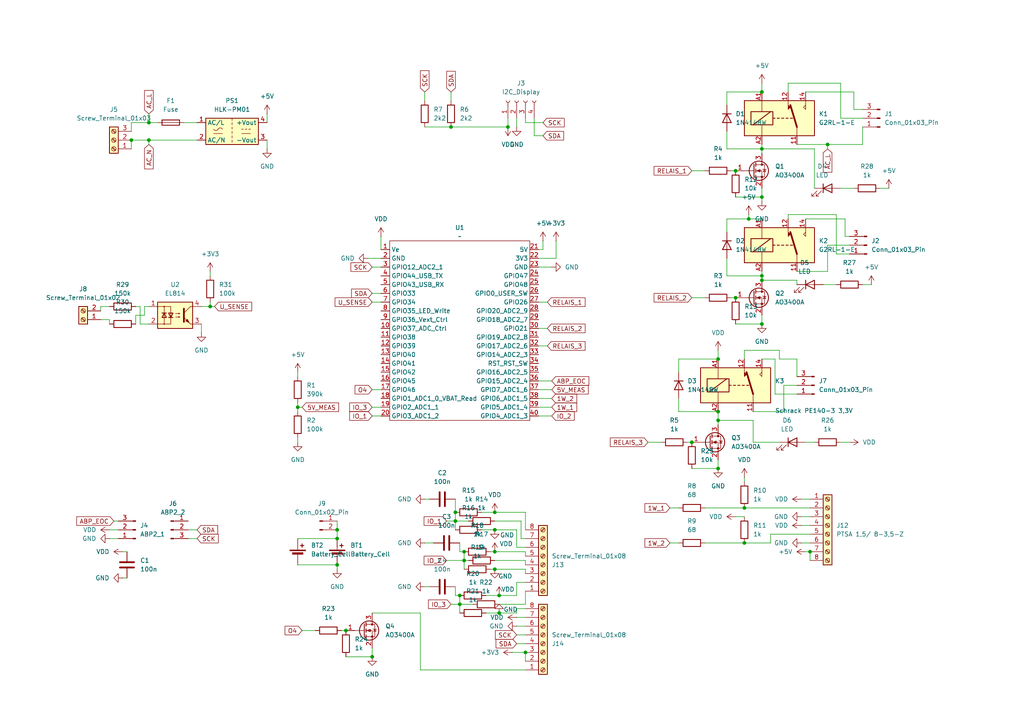
<source format=kicad_sch>
(kicad_sch (version 20250114) (generator "eeschema") (generator_version "9.0")
  (paper "A4")
  (junction (at 143.51 148.59))
  (junction (at 213.36 86.36))
  (junction (at 220.98 43.18))
  (junction (at 38.1 40.64))
  (junction (at 134.62 160.02))
  (junction (at 43.18 40.64))
  (junction (at 97.79 156.21))
  (junction (at 208.28 119.38))
  (junction (at 60.96 88.9))
  (junction (at 234.95 160.02))
  (junction (at 133.35 172.72))
  (junction (at 200.66 128.27))
  (junction (at 43.18 35.56))
  (junction (at 133.35 175.26))
  (junction (at 208.28 121.92))
  (junction (at 143.51 165.1))
  (junction (at 143.51 153.67))
  (junction (at 100.33 182.88))
  (junction (at 220.98 57.15))
  (junction (at 134.62 162.56))
  (junction (at 86.36 118.11))
  (junction (at 215.9 157.48))
  (junction (at 143.51 160.02))
  (junction (at 147.32 36.83))
  (junction (at 220.98 26.67))
  (junction (at 208.28 135.89))
  (junction (at 220.98 80.01))
  (junction (at 152.4 189.23))
  (junction (at 240.03 41.91))
  (junction (at 97.79 163.83))
  (junction (at 208.28 104.14))
  (junction (at 144.78 177.8))
  (junction (at 220.98 81.28))
  (junction (at 107.95 190.5))
  (junction (at 132.08 151.13))
  (junction (at 130.81 36.83))
  (junction (at 215.9 147.32))
  (junction (at 132.08 148.59))
  (junction (at 217.17 63.5))
  (junction (at 144.78 172.72))
  (junction (at 220.98 93.98))
  (junction (at 97.79 153.67))
  (junction (at 213.36 49.53))
  (wire (pts (xy 143.51 153.67) (xy 149.86 153.67)))
  (wire (pts (xy 228.6 24.13) (xy 243.84 24.13)))
  (wire (pts (xy 157.48 39.37) (xy 154.94 39.37)))
  (wire (pts (xy 143.51 162.56) (xy 152.4 162.56)))
  (wire (pts (xy 220.98 81.28) (xy 231.14 81.28)))
  (wire (pts (xy 250.19 82.55) (xy 252.73 82.55)))
  (wire (pts (xy 200.66 135.89) (xy 208.28 135.89)))
  (wire (pts (xy 213.36 93.98) (xy 220.98 93.98)))
  (wire (pts (xy 99.06 182.88) (xy 100.33 182.88)))
  (wire (pts (xy 200.66 49.53) (xy 204.47 49.53)))
  (wire (pts (xy 157.48 69.85) (xy 157.48 72.39)))
  (wire (pts (xy 140.97 177.8) (xy 144.78 177.8)))
  (wire (pts (xy 60.96 78.74) (xy 60.96 80.01)))
  (wire (pts (xy 144.78 177.8) (xy 149.86 177.8)))
  (wire (pts (xy 232.41 144.78) (xy 234.95 144.78)))
  (wire (pts (xy 142.24 165.1) (xy 143.51 165.1)))
  (wire (pts (xy 43.18 40.64) (xy 57.15 40.64)))
  (wire (pts (xy 60.96 88.9) (xy 62.23 88.9)))
  (wire (pts (xy 151.13 156.21) (xy 152.4 156.21)))
  (wire (pts (xy 152.4 165.1) (xy 152.4 166.37)))
  (wire (pts (xy 247.65 31.75) (xy 247.65 26.67)))
  (wire (pts (xy 231.14 78.74) (xy 240.03 78.74)))
  (wire (pts (xy 77.47 40.64) (xy 77.47 43.18)))
  (wire (pts (xy 210.82 63.5) (xy 210.82 67.31)))
  (wire (pts (xy 218.44 121.92) (xy 208.28 121.92)))
  (wire (pts (xy 227.33 119.38) (xy 227.33 111.76)))
  (wire (pts (xy 130.81 26.67) (xy 130.81 29.21)))
  (wire (pts (xy 213.36 149.86) (xy 215.9 149.86)))
  (wire (pts (xy 231.14 104.14) (xy 231.14 109.22)))
  (wire (pts (xy 129.54 151.13) (xy 132.08 151.13)))
  (wire (pts (xy 149.86 177.8) (xy 149.86 176.53)))
  (wire (pts (xy 149.86 158.75) (xy 152.4 158.75)))
  (wire (pts (xy 208.28 121.92) (xy 208.28 123.19)))
  (wire (pts (xy 154.94 39.37) (xy 154.94 34.29)))
  (wire (pts (xy 135.89 162.56) (xy 134.62 162.56)))
  (wire (pts (xy 123.19 170.18) (xy 124.46 170.18)))
  (wire (pts (xy 196.85 115.57) (xy 196.85 119.38)))
  (wire (pts (xy 242.57 73.66) (xy 242.57 62.23)))
  (wire (pts (xy 212.09 86.36) (xy 213.36 86.36)))
  (wire (pts (xy 130.81 36.83) (xy 147.32 36.83)))
  (wire (pts (xy 240.03 71.12) (xy 246.38 71.12)))
  (wire (pts (xy 107.95 85.09) (xy 110.49 85.09)))
  (wire (pts (xy 156.21 87.63) (xy 158.75 87.63)))
  (wire (pts (xy 156.21 118.11) (xy 160.02 118.11)))
  (wire (pts (xy 233.68 160.02) (xy 234.95 160.02)))
  (wire (pts (xy 187.96 128.27) (xy 191.77 128.27)))
  (wire (pts (xy 220.98 104.14) (xy 224.79 104.14)))
  (wire (pts (xy 106.68 74.93) (xy 110.49 74.93)))
  (wire (pts (xy 143.51 148.59) (xy 152.4 148.59)))
  (wire (pts (xy 152.4 189.23) (xy 152.4 191.77)))
  (wire (pts (xy 58.42 88.9) (xy 60.96 88.9)))
  (wire (pts (xy 107.95 113.03) (xy 110.49 113.03)))
  (wire (pts (xy 132.08 148.59) (xy 132.08 151.13)))
  (wire (pts (xy 220.98 57.15) (xy 220.98 58.42)))
  (wire (pts (xy 243.84 34.29) (xy 250.19 34.29)))
  (wire (pts (xy 121.92 177.8) (xy 121.92 194.31)))
  (wire (pts (xy 133.35 175.26) (xy 133.35 177.8)))
  (wire (pts (xy 31.75 92.71) (xy 31.75 93.98)))
  (wire (pts (xy 217.17 63.5) (xy 210.82 63.5)))
  (wire (pts (xy 161.29 74.93) (xy 161.29 69.85)))
  (wire (pts (xy 194.31 147.32) (xy 196.85 147.32)))
  (wire (pts (xy 204.47 157.48) (xy 215.9 157.48)))
  (wire (pts (xy 143.51 160.02) (xy 152.4 160.02)))
  (wire (pts (xy 208.28 104.14) (xy 196.85 104.14)))
  (wire (pts (xy 134.62 162.56) (xy 134.62 160.02)))
  (wire (pts (xy 220.98 91.44) (xy 220.98 93.98)))
  (wire (pts (xy 41.91 91.44) (xy 39.37 91.44)))
  (wire (pts (xy 43.18 88.9) (xy 41.91 88.9)))
  (wire (pts (xy 196.85 119.38) (xy 208.28 119.38)))
  (wire (pts (xy 233.68 128.27) (xy 236.22 128.27)))
  (wire (pts (xy 218.44 119.38) (xy 227.33 119.38)))
  (wire (pts (xy 215.9 138.43) (xy 215.9 139.7)))
  (wire (pts (xy 250.19 31.75) (xy 247.65 31.75)))
  (wire (pts (xy 224.79 114.3) (xy 231.14 114.3)))
  (wire (pts (xy 86.36 127) (xy 86.36 128.27)))
  (wire (pts (xy 123.19 36.83) (xy 130.81 36.83)))
  (wire (pts (xy 210.82 43.18) (xy 210.82 38.1)))
  (wire (pts (xy 149.86 153.67) (xy 149.86 158.75)))
  (wire (pts (xy 196.85 104.14) (xy 196.85 107.95)))
  (wire (pts (xy 86.36 118.11) (xy 87.63 118.11)))
  (wire (pts (xy 43.18 40.64) (xy 43.18 41.91)))
  (wire (pts (xy 224.79 104.14) (xy 224.79 114.3)))
  (wire (pts (xy 212.09 49.53) (xy 213.36 49.53)))
  (wire (pts (xy 240.03 41.91) (xy 250.19 41.91)))
  (wire (pts (xy 243.84 54.61) (xy 247.65 54.61)))
  (wire (pts (xy 147.32 34.29) (xy 147.32 36.83)))
  (wire (pts (xy 86.36 116.84) (xy 86.36 118.11)))
  (wire (pts (xy 220.98 78.74) (xy 220.98 80.01)))
  (wire (pts (xy 240.03 78.74) (xy 240.03 71.12)))
  (wire (pts (xy 97.79 151.13) (xy 97.79 153.67)))
  (wire (pts (xy 236.22 54.61) (xy 236.22 43.18)))
  (wire (pts (xy 220.98 80.01) (xy 220.98 81.28)))
  (wire (pts (xy 149.86 181.61) (xy 152.4 181.61)))
  (wire (pts (xy 86.36 156.21) (xy 97.79 156.21)))
  (wire (pts (xy 247.65 26.67) (xy 233.68 26.67)))
  (wire (pts (xy 152.4 175.26) (xy 152.4 171.45)))
  (wire (pts (xy 107.95 120.65) (xy 110.49 120.65)))
  (wire (pts (xy 220.98 43.18) (xy 220.98 44.45)))
  (wire (pts (xy 86.36 107.95) (xy 86.36 109.22)))
  (wire (pts (xy 215.9 101.6) (xy 215.9 104.14)))
  (wire (pts (xy 107.95 87.63) (xy 110.49 87.63)))
  (wire (pts (xy 226.06 101.6) (xy 215.9 101.6)))
  (wire (pts (xy 43.18 35.56) (xy 45.72 35.56)))
  (wire (pts (xy 60.96 87.63) (xy 60.96 88.9)))
  (wire (pts (xy 220.98 41.91) (xy 220.98 43.18)))
  (wire (pts (xy 227.33 111.76) (xy 231.14 111.76)))
  (wire (pts (xy 132.08 151.13) (xy 135.89 151.13)))
  (wire (pts (xy 100.33 190.5) (xy 107.95 190.5)))
  (wire (pts (xy 140.97 172.72) (xy 144.78 172.72)))
  (wire (pts (xy 226.06 104.14) (xy 231.14 104.14)))
  (wire (pts (xy 226.06 128.27) (xy 218.44 128.27)))
  (wire (pts (xy 220.98 43.18) (xy 210.82 43.18)))
  (wire (pts (xy 255.27 54.61) (xy 257.81 54.61)))
  (wire (pts (xy 39.37 88.9) (xy 40.64 88.9)))
  (wire (pts (xy 215.9 157.48) (xy 223.52 157.48)))
  (wire (pts (xy 200.66 86.36) (xy 204.47 86.36)))
  (wire (pts (xy 232.41 152.4) (xy 234.95 152.4)))
  (wire (pts (xy 246.38 73.66) (xy 242.57 73.66)))
  (wire (pts (xy 133.35 160.02) (xy 134.62 160.02)))
  (wire (pts (xy 231.14 41.91) (xy 240.03 41.91)))
  (wire (pts (xy 152.4 35.56) (xy 152.4 34.29)))
  (wire (pts (xy 142.24 160.02) (xy 143.51 160.02)))
  (wire (pts (xy 199.39 128.27) (xy 200.66 128.27)))
  (wire (pts (xy 226.06 104.14) (xy 226.06 101.6)))
  (wire (pts (xy 133.35 175.26) (xy 137.16 175.26)))
  (wire (pts (xy 132.08 170.18) (xy 132.08 172.72)))
  (wire (pts (xy 41.91 88.9) (xy 41.91 91.44)))
  (wire (pts (xy 149.86 168.91) (xy 152.4 168.91)))
  (wire (pts (xy 110.49 68.58) (xy 110.49 72.39)))
  (wire (pts (xy 220.98 24.13) (xy 220.98 26.67)))
  (wire (pts (xy 223.52 157.48) (xy 223.52 154.94)))
  (wire (pts (xy 134.62 162.56) (xy 134.62 165.1)))
  (wire (pts (xy 204.47 147.32) (xy 215.9 147.32)))
  (wire (pts (xy 43.18 33.02) (xy 43.18 35.56)))
  (wire (pts (xy 156.21 100.33) (xy 158.75 100.33)))
  (wire (pts (xy 149.86 186.69) (xy 152.4 186.69)))
  (wire (pts (xy 151.13 151.13) (xy 151.13 156.21)))
  (wire (pts (xy 215.9 147.32) (xy 234.95 147.32)))
  (wire (pts (xy 220.98 54.61) (xy 220.98 57.15)))
  (wire (pts (xy 231.14 81.28) (xy 231.14 82.55)))
  (wire (pts (xy 152.4 148.59) (xy 152.4 153.67)))
  (wire (pts (xy 54.61 153.67) (xy 57.15 153.67)))
  (wire (pts (xy 40.64 88.9) (xy 40.64 93.98)))
  (wire (pts (xy 223.52 154.94) (xy 234.95 154.94)))
  (wire (pts (xy 156.21 115.57) (xy 160.02 115.57)))
  (wire (pts (xy 38.1 38.1) (xy 38.1 35.56)))
  (wire (pts (xy 245.11 68.58) (xy 246.38 68.58)))
  (wire (pts (xy 107.95 187.96) (xy 107.95 190.5)))
  (wire (pts (xy 39.37 91.44) (xy 39.37 93.98)))
  (wire (pts (xy 139.7 153.67) (xy 143.51 153.67)))
  (wire (pts (xy 130.81 175.26) (xy 133.35 175.26)))
  (wire (pts (xy 152.4 162.56) (xy 152.4 163.83)))
  (wire (pts (xy 144.78 175.26) (xy 152.4 175.26)))
  (wire (pts (xy 132.08 151.13) (xy 132.08 153.67)))
  (wire (pts (xy 132.08 172.72) (xy 133.35 172.72)))
  (wire (pts (xy 156.21 95.25) (xy 158.75 95.25)))
  (wire (pts (xy 144.78 172.72) (xy 149.86 172.72)))
  (wire (pts (xy 250.19 41.91) (xy 250.19 36.83)))
  (wire (pts (xy 149.86 184.15) (xy 152.4 184.15)))
  (wire (pts (xy 133.35 172.72) (xy 133.35 175.26)))
  (wire (pts (xy 97.79 153.67) (xy 97.79 156.21)))
  (wire (pts (xy 228.6 26.67) (xy 228.6 24.13)))
  (wire (pts (xy 156.21 120.65) (xy 160.02 120.65)))
  (wire (pts (xy 220.98 63.5) (xy 217.17 63.5)))
  (wire (pts (xy 86.36 163.83) (xy 97.79 163.83)))
  (wire (pts (xy 107.95 77.47) (xy 110.49 77.47)))
  (wire (pts (xy 218.44 128.27) (xy 218.44 121.92)))
  (wire (pts (xy 58.42 93.98) (xy 58.42 96.52)))
  (wire (pts (xy 38.1 35.56) (xy 43.18 35.56)))
  (wire (pts (xy 121.92 194.31) (xy 152.4 194.31)))
  (wire (pts (xy 123.19 26.67) (xy 123.19 29.21)))
  (wire (pts (xy 139.7 148.59) (xy 143.51 148.59)))
  (wire (pts (xy 129.54 162.56) (xy 134.62 162.56)))
  (wire (pts (xy 33.02 151.13) (xy 34.29 151.13)))
  (wire (pts (xy 213.36 57.15) (xy 220.98 57.15)))
  (wire (pts (xy 245.11 63.5) (xy 245.11 68.58)))
  (wire (pts (xy 123.19 144.78) (xy 124.46 144.78)))
  (wire (pts (xy 236.22 43.18) (xy 220.98 43.18)))
  (wire (pts (xy 149.86 172.72) (xy 149.86 168.91)))
  (wire (pts (xy 149.86 179.07) (xy 152.4 179.07)))
  (wire (pts (xy 35.56 167.64) (xy 36.83 167.64)))
  (wire (pts (xy 152.4 160.02) (xy 152.4 161.29)))
  (wire (pts (xy 217.17 63.5) (xy 217.17 62.23)))
  (wire (pts (xy 87.63 182.88) (xy 91.44 182.88)))
  (wire (pts (xy 210.82 26.67) (xy 220.98 26.67)))
  (wire (pts (xy 54.61 156.21) (xy 57.15 156.21)))
  (wire (pts (xy 194.31 157.48) (xy 196.85 157.48)))
  (wire (pts (xy 157.48 35.56) (xy 152.4 35.56)))
  (wire (pts (xy 210.82 80.01) (xy 220.98 80.01)))
  (wire (pts (xy 238.76 82.55) (xy 242.57 82.55)))
  (wire (pts (xy 29.21 88.9) (xy 31.75 88.9)))
  (wire (pts (xy 77.47 33.02) (xy 77.47 35.56)))
  (wire (pts (xy 210.82 30.48) (xy 210.82 26.67)))
  (wire (pts (xy 133.35 157.48) (xy 133.35 160.02)))
  (wire (pts (xy 132.08 144.78) (xy 132.08 148.59)))
  (wire (pts (xy 232.41 149.86) (xy 234.95 149.86)))
  (wire (pts (xy 148.59 189.23) (xy 152.4 189.23)))
  (wire (pts (xy 29.21 92.71) (xy 31.75 92.71)))
  (wire (pts (xy 40.64 93.98) (xy 43.18 93.98)))
  (wire (pts (xy 240.03 41.91) (xy 240.03 43.18)))
  (wire (pts (xy 143.51 165.1) (xy 152.4 165.1)))
  (wire (pts (xy 208.28 133.35) (xy 208.28 135.89)))
  (wire (pts (xy 38.1 40.64) (xy 43.18 40.64)))
  (wire (pts (xy 156.21 77.47) (xy 160.02 77.47)))
  (wire (pts (xy 35.56 160.02) (xy 36.83 160.02)))
  (wire (pts (xy 233.68 63.5) (xy 245.11 63.5)))
  (wire (pts (xy 38.1 40.64) (xy 38.1 43.18)))
  (wire (pts (xy 149.86 34.29) (xy 149.86 36.83)))
  (wire (pts (xy 208.28 119.38) (xy 208.28 121.92)))
  (wire (pts (xy 107.95 118.11) (xy 110.49 118.11)))
  (wire (pts (xy 242.57 62.23) (xy 228.6 62.23)))
  (wire (pts (xy 86.36 118.11) (xy 86.36 119.38)))
  (wire (pts (xy 243.84 128.27) (xy 246.38 128.27)))
  (wire (pts (xy 97.79 163.83) (xy 97.79 165.1)))
  (wire (pts (xy 208.28 101.6) (xy 208.28 104.14)))
  (wire (pts (xy 232.41 157.48) (xy 234.95 157.48)))
  (wire (pts (xy 53.34 35.56) (xy 57.15 35.56)))
  (wire (pts (xy 210.82 74.93) (xy 210.82 80.01)))
  (wire (pts (xy 156.21 74.93) (xy 161.29 74.93)))
  (wire (pts (xy 107.95 177.8) (xy 121.92 177.8)))
  (wire (pts (xy 156.21 113.03) (xy 160.02 113.03)))
  (wire (pts (xy 31.75 153.67) (xy 34.29 153.67)))
  (wire (pts (xy 31.75 156.21) (xy 34.29 156.21)))
  (wire (pts (xy 143.51 151.13) (xy 151.13 151.13)))
  (wire (pts (xy 149.86 176.53) (xy 152.4 176.53)))
  (wire (pts (xy 29.21 88.9) (xy 29.21 90.17)))
  (wire (pts (xy 157.48 72.39) (xy 156.21 72.39)))
  (wire (pts (xy 123.19 157.48) (xy 125.73 157.48)))
  (wire (pts (xy 234.95 160.02) (xy 234.95 162.56)))
  (wire (pts (xy 228.6 62.23) (xy 228.6 63.5)))
  (wire (pts (xy 243.84 24.13) (xy 243.84 34.29)))
  (wire (pts (xy 156.21 110.49) (xy 160.02 110.49)))
  (global_label "O4" (shape input) (at 107.95 113.03 180) (property "Intersheetrefs" "${INTERSHEET_REFS}" (effects (hide yes))))
  (global_label "IO_2" (shape input) (at 129.54 162.56 180) (property "Intersheetrefs" "${INTERSHEET_REFS}" (effects (hide yes))))
  (global_label "SCK" (shape input) (at 107.95 77.47 180) (property "Intersheetrefs" "${INTERSHEET_REFS}" (effects (hide yes))))
  (global_label "U_SENSE" (shape input) (at 62.23 88.9 0) (property "Intersheetrefs" "${INTERSHEET_REFS}" (effects (hide yes))))
  (global_label "SDA" (shape input) (at 149.86 186.69 180) (property "Intersheetrefs" "${INTERSHEET_REFS}" (effects (hide yes))))
  (global_label "SDA" (shape input) (at 157.48 39.37 0) (property "Intersheetrefs" "${INTERSHEET_REFS}" (effects (hide yes))))
  (global_label "U_SENSE" (shape input) (at 107.95 87.63 180) (property "Intersheetrefs" "${INTERSHEET_REFS}" (effects (hide yes))))
  (global_label "SDA" (shape input) (at 107.95 85.09 180) (property "Intersheetrefs" "${INTERSHEET_REFS}" (effects (hide yes))))
  (global_label "ABP_EOC" (shape input) (at 160.02 110.49 0) (property "Intersheetrefs" "${INTERSHEET_REFS}" (effects (hide yes))))
  (global_label "AC_L" (shape input) (at 43.18 33.02 90) (property "Intersheetrefs" "${INTERSHEET_REFS}" (effects (hide yes))))
  (global_label "1W_2" (shape input) (at 160.02 115.57 0) (property "Intersheetrefs" "${INTERSHEET_REFS}" (effects (hide yes))))
  (global_label "ABP_EOC" (shape input) (at 33.02 151.13 180) (property "Intersheetrefs" "${INTERSHEET_REFS}" (effects (hide yes))))
  (global_label "1W_1" (shape input) (at 194.31 147.32 180) (property "Intersheetrefs" "${INTERSHEET_REFS}" (effects (hide yes))))
  (global_label "SDA" (shape input) (at 57.15 153.67 0) (property "Intersheetrefs" "${INTERSHEET_REFS}" (effects (hide yes))))
  (global_label "IO_3" (shape input) (at 107.95 118.11 180) (property "Intersheetrefs" "${INTERSHEET_REFS}" (effects (hide yes))))
  (global_label "O4" (shape input) (at 87.63 182.88 180) (property "Intersheetrefs" "${INTERSHEET_REFS}" (effects (hide yes))))
  (global_label "RELAIS_3" (shape input) (at 158.75 100.33 0) (property "Intersheetrefs" "${INTERSHEET_REFS}" (effects (hide yes))))
  (global_label "RELAIS_1" (shape input) (at 200.66 49.53 180) (property "Intersheetrefs" "${INTERSHEET_REFS}" (effects (hide yes))))
  (global_label "5V_MEAS" (shape input) (at 160.02 113.03 0) (property "Intersheetrefs" "${INTERSHEET_REFS}" (effects (hide yes))))
  (global_label "SDA" (shape input) (at 130.81 26.67 90) (property "Intersheetrefs" "${INTERSHEET_REFS}" (effects (hide yes))))
  (global_label "RELAIS_3" (shape input) (at 187.96 128.27 180) (property "Intersheetrefs" "${INTERSHEET_REFS}" (effects (hide yes))))
  (global_label "RELAIS_1" (shape input) (at 158.75 87.63 0) (property "Intersheetrefs" "${INTERSHEET_REFS}" (effects (hide yes))))
  (global_label "IO_2" (shape input) (at 160.02 120.65 0) (property "Intersheetrefs" "${INTERSHEET_REFS}" (effects (hide yes))))
  (global_label "1W_2" (shape input) (at 194.31 157.48 180) (property "Intersheetrefs" "${INTERSHEET_REFS}" (effects (hide yes))))
  (global_label "SCK" (shape input) (at 149.86 184.15 180) (property "Intersheetrefs" "${INTERSHEET_REFS}" (effects (hide yes))))
  (global_label "1W_1" (shape input) (at 160.02 118.11 0) (property "Intersheetrefs" "${INTERSHEET_REFS}" (effects (hide yes))))
  (global_label "RELAIS_2" (shape input) (at 200.66 86.36 180) (property "Intersheetrefs" "${INTERSHEET_REFS}" (effects (hide yes))))
  (global_label "IO_1" (shape input) (at 107.95 120.65 180) (property "Intersheetrefs" "${INTERSHEET_REFS}" (effects (hide yes))))
  (global_label "AC_N" (shape input) (at 43.18 41.91 270) (property "Intersheetrefs" "${INTERSHEET_REFS}" (effects (hide yes))))
  (global_label "SCK" (shape input) (at 123.19 26.67 90) (property "Intersheetrefs" "${INTERSHEET_REFS}" (effects (hide yes))))
  (global_label "5V_MEAS" (shape input) (at 87.63 118.11 0) (property "Intersheetrefs" "${INTERSHEET_REFS}" (effects (hide yes))))
  (global_label "SCK" (shape input) (at 157.48 35.56 0) (property "Intersheetrefs" "${INTERSHEET_REFS}" (effects (hide yes))))
  (global_label "SCK" (shape input) (at 57.15 156.21 0) (property "Intersheetrefs" "${INTERSHEET_REFS}" (effects (hide yes))))
  (global_label "IO_1" (shape input) (at 129.54 151.13 180) (property "Intersheetrefs" "${INTERSHEET_REFS}" (effects (hide yes))))
  (global_label "IO_3" (shape input) (at 130.81 175.26 180) (property "Intersheetrefs" "${INTERSHEET_REFS}" (effects (hide yes))))
  (global_label "AC_L" (shape input) (at 240.03 43.18 270) (property "Intersheetrefs" "${INTERSHEET_REFS}" (effects (hide yes))))
  (global_label "RELAIS_2" (shape input) (at 158.75 95.25 0) (property "Intersheetrefs" "${INTERSHEET_REFS}" (effects (hide yes))))
  (symbol (lib_id "Connector:Conn_01x03_Pin") (at 49.53 153.67 0) (unit 1)
    (property "Reference" "J6" (at 50.165 146.05 0))
    (property "Value" "ABP2_2" (at 50.165 148.59 0))
    (property "Footprint" "Connector_PinHeader_2.54mm:PinHeader_1x03_P2.54mm_Vertical" (effects (hide yes)))
    (property "Description" "Generic connector, single row, 01x03, script generated" (effects (hide yes)))
  )
  (symbol (lib_id "Device:R") (at 139.7 151.13 270) (unit 1)
    (property "Reference" "R14" (at 139.7 144.78 90))
    (property "Value" "1k" (at 139.7 147.32 90))
    (property "Footprint" "Resistor_SMD:R_0805_2012Metric_Pad1.20x1.40mm_HandSolder" (effects (hide yes)))
    (property "Description" "Resistor" (effects (hide yes)))
  )
  (symbol (lib_id "power:VDD") (at 144.78 172.72 0) (unit 1)
    (property "Reference" "#PWR031" (effects (hide yes)))
    (property "Value" "VDD" (at 147.32 170.942 0))
    (property "Description" "Power symbol creates a global label with name \"VDD\"" (effects (hide yes)))
  )
  (symbol (lib_id "Device:R") (at 200.66 157.48 270) (unit 1)
    (property "Reference" "R9" (at 200.66 151.13 90))
    (property "Value" "68" (at 200.66 153.67 90))
    (property "Footprint" "Resistor_SMD:R_0805_2012Metric_Pad1.20x1.40mm_HandSolder" (effects (hide yes)))
    (property "Description" "Resistor" (effects (hide yes)))
  )
  (symbol (lib_id "power:GND") (at 123.19 157.48 270) (unit 1)
    (property "Reference" "#PWR041" (effects (hide yes)))
    (property "Value" "GND" (at 119.38 157.4799 90) (effects (justify right)))
    (property "Description" "Power symbol creates a global label with name \"GND\" , ground" (effects (hide yes)))
  )
  (symbol (lib_id "Device:Battery_Cell") (at 86.36 161.29 0) (unit 1)
    (property "Reference" "BT2" (at 90.17 158.1784 0) (effects (justify left)))
    (property "Value" "Battery_Cell" (at 90.17 160.7184 0) (effects (justify left)))
    (property "Footprint" "Battery:BatteryHolder_MPD_BH-18650-PC2" (effects (hide yes)))
    (property "Description" "Single-cell battery" (effects (hide yes)))
  )
  (symbol (lib_id "Relay:FINDER-32.21-x000") (at 213.36 111.76 0) (unit 1)
    (property "Reference" "K3" (at 224.79 110.4899 0) (effects (justify left)))
    (property "Value" "Schrack PE140-3 3,3V" (at 224.79 119.126 0) (effects (justify left)))
    (property "Footprint" "Relay_THT:Relay_SPDT_Finder_32.21-x000" (effects (hide yes)))
    (property "Datasheet" "https://gfinder.findernet.com/assets/Series/355/S32EN.pdf" (effects (hide yes)))
    (property "Description" "FINDER 32.21-x000, Single Pole Relay, 6A" (effects (hide yes)))
  )
  (symbol (lib_id "Device:R") (at 138.43 165.1 270) (unit 1)
    (property "Reference" "R19" (at 138.43 158.75 90))
    (property "Value" "1k" (at 138.43 161.29 90))
    (property "Footprint" "Resistor_SMD:R_0805_2012Metric_Pad1.20x1.40mm_HandSolder" (effects (hide yes)))
    (property "Description" "Resistor" (effects (hide yes)))
  )
  (symbol (lib_id "Device:LED") (at 234.95 82.55 0) (unit 1)
    (property "Reference" "D5" (at 233.3625 76.2 0))
    (property "Value" "LED" (at 233.3625 78.74 0))
    (property "Footprint" "LED_THT:LED_D3.0mm" (effects (hide yes)))
    (property "Description" "Light emitting diode" (effects (hide yes)))
    (property "Sim.Pins" "1=K 2=A" (effects (hide yes)))
  )
  (symbol (lib_id "Device:R") (at 200.66 147.32 270) (unit 1)
    (property "Reference" "R8" (at 200.66 140.97 90))
    (property "Value" "68" (at 200.66 143.51 90))
    (property "Footprint" "Resistor_SMD:R_0805_2012Metric_Pad1.20x1.40mm_HandSolder" (effects (hide yes)))
    (property "Description" "Resistor" (effects (hide yes)))
  )
  (symbol (lib_id "power:+5V") (at 77.47 33.02 0) (unit 1)
    (property "Reference" "#PWR015" (effects (hide yes)))
    (property "Value" "+5V" (at 77.47 27.94 0))
    (property "Description" "Power symbol creates a global label with name \"+5V\"" (effects (hide yes)))
  )
  (symbol (lib_id "power:VDD") (at 232.41 144.78 90) (unit 1)
    (property "Reference" "#PWR020" (effects (hide yes)))
    (property "Value" "VDD" (at 228.6 144.7799 90) (effects (justify left)))
    (property "Description" "Power symbol creates a global label with name \"VDD\"" (effects (hide yes)))
  )
  (symbol (lib_id "power:VDD") (at 143.51 148.59 0) (unit 1)
    (property "Reference" "#PWR026" (effects (hide yes)))
    (property "Value" "VDD" (at 143.51 143.51 0))
    (property "Description" "Power symbol creates a global label with name \"VDD\"" (effects (hide yes)))
  )
  (symbol (lib_id "power:+3V3") (at 60.96 78.74 0) (unit 1)
    (property "Reference" "#PWR047" (effects (hide yes)))
    (property "Value" "+3V3" (at 60.96 73.66 0))
    (property "Description" "Power symbol creates a global label with name \"+3V3\"" (effects (hide yes)))
  )
  (symbol (lib_id "Device:R") (at 213.36 90.17 180) (unit 1)
    (property "Reference" "R13" (at 215.9 88.8999 0) (effects (justify right)))
    (property "Value" "10k" (at 215.9 91.4399 0) (effects (justify right)))
    (property "Footprint" "Resistor_SMD:R_0805_2012Metric_Pad1.20x1.40mm_HandSolder" (effects (hide yes)))
    (property "Description" "Resistor" (effects (hide yes)))
  )
  (symbol (lib_id "power:GND") (at 160.02 77.47 90) (unit 1)
    (property "Reference" "#PWR02" (effects (hide yes)))
    (property "Value" "GND" (at 163.83 77.4699 90) (effects (justify right)))
    (property "Description" "Power symbol creates a global label with name \"GND\" , ground" (effects (hide yes)))
  )
  (symbol (lib_id "power:+5V") (at 257.81 54.61 0) (unit 1)
    (property "Reference" "#PWR044" (effects (hide yes)))
    (property "Value" "+5V" (at 257.81 49.53 0))
    (property "Description" "Power symbol creates a global label with name \"+5V\"" (effects (hide yes)))
  )
  (symbol (lib_id "Device:R") (at 95.25 182.88 90) (unit 1)
    (property "Reference" "R23" (at 95.25 176.53 90))
    (property "Value" "1k" (at 95.25 179.07 90))
    (property "Footprint" "Resistor_SMD:R_0805_2012Metric_Pad1.20x1.40mm_HandSolder" (effects (hide yes)))
    (property "Description" "Resistor" (effects (hide yes)))
  )
  (symbol (lib_id "power:GND") (at 143.51 165.1 0) (unit 1)
    (property "Reference" "#PWR028" (effects (hide yes)))
    (property "Value" "GND" (at 146.558 167.132 0))
    (property "Description" "Power symbol creates a global label with name \"GND\" , ground" (effects (hide yes)))
  )
  (symbol (lib_id "power:GND") (at 149.86 36.83 0) (unit 1)
    (property "Reference" "#PWR013" (effects (hide yes)))
    (property "Value" "GND" (at 149.86 41.91 0))
    (property "Description" "Power symbol creates a global label with name \"GND\" , ground" (effects (hide yes)))
  )
  (symbol (lib_id "power:+3V3") (at 161.29 69.85 0) (unit 1)
    (property "Reference" "#PWR03" (effects (hide yes)))
    (property "Value" "+3V3" (at 161.29 64.77 0))
    (property "Description" "Power symbol creates a global label with name \"+3V3\"" (effects (hide yes)))
  )
  (symbol (lib_id "Device:C") (at 129.54 157.48 90) (unit 1)
    (property "Reference" "C3" (at 129.54 149.86 90))
    (property "Value" "100n" (at 129.54 152.4 90))
    (property "Footprint" "Capacitor_SMD:C_0805_2012Metric_Pad1.18x1.45mm_HandSolder" (effects (hide yes)))
    (property "Description" "Unpolarized capacitor" (effects (hide yes)))
  )
  (symbol (lib_id "power:GND") (at 77.47 43.18 0) (unit 1)
    (property "Reference" "#PWR017" (effects (hide yes)))
    (property "Value" "GND" (at 77.47 48.26 0))
    (property "Description" "Power symbol creates a global label with name \"GND\" , ground" (effects (hide yes)))
  )
  (symbol (lib_id "Device:R") (at 140.97 175.26 270) (unit 1)
    (property "Reference" "R22" (at 140.97 168.91 90))
    (property "Value" "1k" (at 140.97 171.45 90))
    (property "Footprint" "Resistor_SMD:R_0805_2012Metric_Pad1.20x1.40mm_HandSolder" (effects (hide yes)))
    (property "Description" "Resistor" (effects (hide yes)))
  )
  (symbol (lib_id "Device:LED") (at 229.87 128.27 0) (unit 1)
    (property "Reference" "D6" (at 228.2825 121.92 0))
    (property "Value" "LED" (at 228.2825 124.46 0))
    (property "Footprint" "LED_THT:LED_D3.0mm" (effects (hide yes)))
    (property "Description" "Light emitting diode" (effects (hide yes)))
    (property "Sim.Pins" "1=K 2=A" (effects (hide yes)))
  )
  (symbol (lib_id "power:GND") (at 208.28 135.89 0) (unit 1)
    (property "Reference" "#PWR014" (effects (hide yes)))
    (property "Value" "GND" (at 208.28 140.97 0))
    (property "Description" "Power symbol creates a global label with name \"GND\" , ground" (effects (hide yes)))
  )
  (symbol (lib_id "Transistor_FET:AO3400A") (at 105.41 182.88 0) (unit 1)
    (property "Reference" "Q4" (at 111.76 181.6099 0) (effects (justify left)))
    (property "Value" "AO3400A" (at 111.76 184.1499 0) (effects (justify left)))
    (property "Footprint" "Package_TO_SOT_SMD:SOT-23" (effects (hide yes)))
    (property "Datasheet" "http://www.aosmd.com/pdfs/datasheet/AO3400A.pdf" (effects (hide yes)))
    (property "Description" "30V Vds, 5.7A Id, N-Channel MOSFET, SOT-23" (effects (hide yes)))
  )
  (symbol (lib_id "power:VDD") (at 35.56 160.02 90) (unit 1)
    (property "Reference" "#PWR040" (effects (hide yes)))
    (property "Value" "VDD" (at 31.75 160.0199 90) (effects (justify left)))
    (property "Description" "Power symbol creates a global label with name \"VDD\"" (effects (hide yes)))
  )
  (symbol (lib_id "power:GND") (at 31.75 156.21 270) (unit 1)
    (property "Reference" "#PWR035" (effects (hide yes)))
    (property "Value" "GND" (at 27.94 156.2099 90) (effects (justify right)))
    (property "Description" "Power symbol creates a global label with name \"GND\" , ground" (effects (hide yes)))
  )
  (symbol (lib_id "Device:R") (at 251.46 54.61 90) (unit 1)
    (property "Reference" "R28" (at 251.46 48.26 90))
    (property "Value" "1k" (at 251.46 50.8 90))
    (property "Footprint" "Resistor_SMD:R_0805_2012Metric_Pad1.20x1.40mm_HandSolder" (effects (hide yes)))
    (property "Description" "Resistor" (effects (hide yes)))
  )
  (symbol (lib_id "Device:R") (at 35.56 88.9 90) (unit 1)
    (property "Reference" "R29" (at 35.56 82.55 90))
    (property "Value" "150k" (at 35.56 85.09 90))
    (property "Footprint" "Resistor_SMD:R_1206_3216Metric" (effects (hide yes)))
    (property "Description" "Resistor" (effects (hide yes)))
  )
  (symbol (lib_id "Diode:1N4148W") (at 210.82 34.29 270) (unit 1)
    (property "Reference" "D1" (at 213.36 33.0199 90) (effects (justify left)))
    (property "Value" "1N4148W" (at 213.36 35.5599 90) (effects (justify left)))
    (property "Footprint" "Diode_SMD:D_SOD-123" (effects (hide yes)))
    (property "Datasheet" "https://www.vishay.com/docs/85748/1n4148w.pdf" (effects (hide yes)))
    (property "Description" "75V 0.15A Fast Switching Diode, SOD-123" (effects (hide yes)))
    (property "Sim.Device" "D" (effects (hide yes)))
    (property "Sim.Pins" "1=K 2=A" (effects (hide yes)))
  )
  (symbol (lib_id "Device:R") (at 135.89 153.67 90) (unit 1)
    (property "Reference" "R16" (at 135.89 147.32 90))
    (property "Value" "1k" (at 135.89 149.86 90))
    (property "Footprint" "Resistor_SMD:R_0805_2012Metric_Pad1.20x1.40mm_HandSolder" (effects (hide yes)))
    (property "Description" "Resistor" (effects (hide yes)))
  )
  (symbol (lib_id "Isolator:EL814") (at 50.8 91.44 0) (unit 1)
    (property "Reference" "U2" (at 50.8 82.55 0))
    (property "Value" "EL814" (at 50.8 85.09 0))
    (property "Footprint" "Package_DIP:DIP-4_W7.62mm" (effects (hide yes)))
    (property "Datasheet" "http://www.everlight.com/file/ProductFile/EL814.pdf" (effects (hide yes)))
    (property "Description" "AC/DC NPN Optocoupler, DIP4/SMD4" (effects (hide yes)))
  )
  (symbol (lib_id "Connector:Conn_01x02_Pin") (at 92.71 151.13 0) (unit 1)
    (property "Reference" "J9" (at 93.345 146.05 0))
    (property "Value" "Conn_01x02_Pin" (at 93.345 148.59 0))
    (property "Footprint" "Connector_PinHeader_2.54mm:PinHeader_1x02_P2.54mm_Vertical" (effects (hide yes)))
    (property "Description" "Generic connector, single row, 01x02, script generated" (effects (hide yes)))
  )
  (symbol (lib_id "Device:R") (at 35.56 93.98 90) (unit 1)
    (property "Reference" "R30" (at 35.56 87.63 90))
    (property "Value" "150k" (at 35.56 90.17 90))
    (property "Footprint" "Resistor_SMD:R_1206_3216Metric" (effects (hide yes)))
    (property "Description" "Resistor" (effects (hide yes)))
  )
  (symbol (lib_id "Device:R") (at 137.16 172.72 90) (unit 1)
    (property "Reference" "R20" (at 137.16 166.37 90))
    (property "Value" "1k" (at 137.16 168.91 90))
    (property "Footprint" "Resistor_SMD:R_0805_2012Metric_Pad1.20x1.40mm_HandSolder" (effects (hide yes)))
    (property "Description" "Resistor" (effects (hide yes)))
  )
  (symbol (lib_id "Connector:Screw_Terminal_01x02") (at 24.13 92.71 180) (unit 1)
    (property "Reference" "J8" (at 24.13 83.82 0))
    (property "Value" "Screw_Terminal_01x02" (at 24.13 86.36 0))
    (property "Footprint" "TerminalBlock_4Ucon:TerminalBlock_4Ucon_1x02_P3.50mm_Horizontal" (effects (hide yes)))
    (property "Description" "Generic screw terminal, single row, 01x02, script generated (kicad-library-utils/schlib/autogen/connector/)" (effects (hide yes)))
  )
  (symbol (lib_id "power:+5V") (at 86.36 107.95 0) (unit 1)
    (property "Reference" "#PWR07" (effects (hide yes)))
    (property "Value" "+5V" (at 86.36 102.87 0))
    (property "Description" "Power symbol creates a global label with name \"+5V\"" (effects (hide yes)))
  )
  (symbol (lib_id "Device:R") (at 139.7 162.56 270) (unit 1)
    (property "Reference" "R17" (at 139.7 154.94 90))
    (property "Value" "1k" (at 139.7 158.75 90))
    (property "Footprint" "Resistor_SMD:R_0805_2012Metric_Pad1.20x1.40mm_HandSolder" (effects (hide yes)))
    (property "Description" "Resistor" (effects (hide yes)))
  )
  (symbol (lib_id "power:GND") (at 58.42 96.52 0) (unit 1)
    (property "Reference" "#PWR046" (effects (hide yes)))
    (property "Value" "GND" (at 58.42 101.6 0))
    (property "Description" "Power symbol creates a global label with name \"GND\" , ground" (effects (hide yes)))
  )
  (symbol (lib_id "Device:R") (at 60.96 83.82 180) (unit 1)
    (property "Reference" "R31" (at 63.5 82.5499 0) (effects (justify right)))
    (property "Value" "100k" (at 63.5 85.0899 0) (effects (justify right)))
    (property "Footprint" "Resistor_SMD:R_0805_2012Metric_Pad1.20x1.40mm_HandSolder" (effects (hide yes)))
    (property "Description" "Resistor" (effects (hide yes)))
  )
  (symbol (lib_id "power:GND") (at 123.19 144.78 270) (unit 1)
    (property "Reference" "#PWR042" (effects (hide yes)))
    (property "Value" "GND" (at 119.38 144.7799 90) (effects (justify right)))
    (property "Description" "Power symbol creates a global label with name \"GND\" , ground" (effects (hide yes)))
  )
  (symbol (lib_id "Diode:1N4148W") (at 196.85 111.76 270) (unit 1)
    (property "Reference" "D3" (at 199.39 110.4899 90) (effects (justify left)))
    (property "Value" "1N4148W" (at 199.39 113.0299 90) (effects (justify left)))
    (property "Footprint" "Diode_SMD:D_SOD-123" (effects (hide yes)))
    (property "Datasheet" "https://www.vishay.com/docs/85748/1n4148w.pdf" (effects (hide yes)))
    (property "Description" "75V 0.15A Fast Switching Diode, SOD-123" (effects (hide yes)))
    (property "Sim.Device" "D" (effects (hide yes)))
    (property "Sim.Pins" "1=K 2=A" (effects (hide yes)))
  )
  (symbol (lib_id "power:+5V") (at 220.98 24.13 0) (unit 1)
    (property "Reference" "#PWR010" (effects (hide yes)))
    (property "Value" "+5V" (at 220.98 19.05 0))
    (property "Description" "Power symbol creates a global label with name \"+5V\"" (effects (hide yes)))
  )
  (symbol (lib_id "Device:C") (at 128.27 170.18 90) (unit 1)
    (property "Reference" "C4" (at 128.27 162.56 90))
    (property "Value" "100n" (at 128.27 165.1 90))
    (property "Footprint" "Capacitor_SMD:C_0805_2012Metric_Pad1.18x1.45mm_HandSolder" (effects (hide yes)))
    (property "Description" "Unpolarized capacitor" (effects (hide yes)))
  )
  (symbol (lib_id "Transistor_FET:AO3400A") (at 218.44 86.36 0) (unit 1)
    (property "Reference" "Q2" (at 224.79 85.0899 0) (effects (justify left)))
    (property "Value" "AO3400A" (at 224.79 87.6299 0) (effects (justify left)))
    (property "Footprint" "Package_TO_SOT_SMD:SOT-23" (effects (hide yes)))
    (property "Datasheet" "http://www.aosmd.com/pdfs/datasheet/AO3400A.pdf" (effects (hide yes)))
    (property "Description" "30V Vds, 5.7A Id, N-Channel MOSFET, SOT-23" (effects (hide yes)))
  )
  (symbol (lib_id "Relay:G2RL-1-E") (at 226.06 34.29 0) (unit 1)
    (property "Reference" "K1" (at 237.49 33.0199 0) (effects (justify left)))
    (property "Value" "G2RL-1-E" (at 237.49 35.5599 0) (effects (justify left)))
    (property "Footprint" "Relay_THT:Relay_SPDT_Omron_G2RL-1-E" (effects (hide yes)))
    (property "Datasheet" "https://omronfs.omron.com/en_US/ecb/products/pdf/en-g2rl.pdf" (effects (hide yes)))
    (property "Description" "General Purpose Low Profile Relay SPDT Through Hole High Capacity, Omron G2RL series, 16A 250VAC" (effects (hide yes)))
  )
  (symbol (lib_id "Device:R") (at 215.9 153.67 0) (unit 1)
    (property "Reference" "R11" (at 218.44 152.3999 0) (effects (justify left)))
    (property "Value" "1k" (at 218.44 154.9399 0) (effects (justify left)))
    (property "Footprint" "Resistor_SMD:R_0805_2012Metric_Pad1.20x1.40mm_HandSolder" (effects (hide yes)))
    (property "Description" "Resistor" (effects (hide yes)))
  )
  (symbol (lib_id "power:GND") (at 220.98 93.98 0) (unit 1)
    (property "Reference" "#PWR08" (effects (hide yes)))
    (property "Value" "GND" (at 220.98 99.06 0))
    (property "Description" "Power symbol creates a global label with name \"GND\" , ground" (effects (hide yes)))
  )
  (symbol (lib_id "power:GND") (at 149.86 181.61 270) (unit 1)
    (property "Reference" "#PWR029" (effects (hide yes)))
    (property "Value" "GND" (at 146.05 181.6099 90) (effects (justify right)))
    (property "Description" "Power symbol creates a global label with name \"GND\" , ground" (effects (hide yes)))
  )
  (symbol (lib_id "Transistor_FET:AO3400A") (at 205.74 128.27 0) (unit 1)
    (property "Reference" "Q3" (at 212.09 126.9999 0) (effects (justify left)))
    (property "Value" "AO3400A" (at 212.09 129.5399 0) (effects (justify left)))
    (property "Footprint" "Package_TO_SOT_SMD:SOT-23" (effects (hide yes)))
    (property "Datasheet" "http://www.aosmd.com/pdfs/datasheet/AO3400A.pdf" (effects (hide yes)))
    (property "Description" "30V Vds, 5.7A Id, N-Channel MOSFET, SOT-23" (effects (hide yes)))
  )
  (symbol (lib_id "power:GND") (at 97.79 165.1 0) (unit 1)
    (property "Reference" "#PWR037" (effects (hide yes)))
    (property "Value" "GND" (at 97.79 170.18 0))
    (property "Description" "Power symbol creates a global label with name \"GND\" , ground" (effects (hide yes)))
  )
  (symbol (lib_id "power:GND") (at 86.36 128.27 0) (unit 1)
    (property "Reference" "#PWR06" (effects (hide yes)))
    (property "Value" "GND" (at 86.36 133.35 0))
    (property "Description" "Power symbol creates a global label with name \"GND\" , ground" (effects (hide yes)))
  )
  (symbol (lib_id "Connector:Conn_01x03_Pin") (at 236.22 111.76 180) (unit 1)
    (property "Reference" "J7" (at 237.49 110.4899 0) (effects (justify right)))
    (property "Value" "Conn_01x03_Pin" (at 237.49 113.0299 0) (effects (justify right)))
    (property "Footprint" "TerminalBlock_RND:TerminalBlock_RND_205-00002_1x03_P5.00mm_Horizontal" (effects (hide yes)))
    (property "Description" "Generic connector, single row, 01x03, script generated" (effects (hide yes)))
  )
  (symbol (lib_id "power:VDD") (at 149.86 179.07 90) (unit 1)
    (property "Reference" "#PWR024" (effects (hide yes)))
    (property "Value" "VDD" (at 146.05 179.0699 90) (effects (justify left)))
    (property "Description" "Power symbol creates a global label with name \"VDD\"" (effects (hide yes)))
  )
  (symbol (lib_id "power:VDD") (at 232.41 152.4 90) (unit 1)
    (property "Reference" "#PWR021" (effects (hide yes)))
    (property "Value" "VDD" (at 228.6 152.3999 90) (effects (justify left)))
    (property "Description" "Power symbol creates a global label with name \"VDD\"" (effects (hide yes)))
  )
  (symbol (lib_id "Device:R") (at 208.28 49.53 90) (unit 1)
    (property "Reference" "R4" (at 208.28 43.18 90))
    (property "Value" "1k" (at 208.28 45.72 90))
    (property "Footprint" "Resistor_SMD:R_0805_2012Metric_Pad1.20x1.40mm_HandSolder" (effects (hide yes)))
    (property "Description" "Resistor" (effects (hide yes)))
  )
  (symbol (lib_id "Device:R") (at 137.16 177.8 90) (unit 1)
    (property "Reference" "R21" (at 137.16 171.45 90))
    (property "Value" "1k" (at 137.16 173.99 90))
    (property "Footprint" "Resistor_SMD:R_0805_2012Metric_Pad1.20x1.40mm_HandSolder" (effects (hide yes)))
    (property "Description" "Resistor" (effects (hide yes)))
  )
  (symbol (lib_id "power:+5V") (at 233.68 160.02 90) (unit 1)
    (property "Reference" "#PWR030" (effects (hide yes)))
    (property "Value" "+5V" (at 229.87 160.0199 90) (effects (justify left)))
    (property "Description" "Power symbol creates a global label with name \"+5V\"" (effects (hide yes)))
  )
  (symbol (lib_id "Device:C") (at 36.83 163.83 0) (unit 1)
    (property "Reference" "C1" (at 40.64 162.5599 0) (effects (justify left)))
    (property "Value" "100n" (at 40.64 165.0999 0) (effects (justify left)))
    (property "Footprint" "Capacitor_SMD:C_0805_2012Metric_Pad1.18x1.45mm_HandSolder" (effects (hide yes)))
    (property "Description" "Unpolarized capacitor" (effects (hide yes)))
  )
  (symbol (lib_id "Connector:Conn_01x04_Socket") (at 149.86 29.21 90) (unit 1)
    (property "Reference" "J3" (at 151.13 24.13 90))
    (property "Value" "I2C_Display" (at 151.13 26.67 90))
    (property "Footprint" "Connector_PinHeader_2.54mm:PinHeader_1x04_P2.54mm_Vertical" (effects (hide yes)))
    (property "Description" "Generic connector, single row, 01x04, script generated" (effects (hide yes)))
  )
  (symbol (lib_id "Converter_ACDC:HLK-PM01") (at 67.31 38.1 0) (unit 1)
    (property "Reference" "PS1" (at 67.31 29.21 0))
    (property "Value" "HLK-PM01" (at 67.31 31.75 0))
    (property "Footprint" "Converter_ACDC:Converter_ACDC_Hi-Link_HLK-PMxx" (effects (hide yes)))
    (property "Datasheet" "https://h.hlktech.com/download/ACDC%E7%94%B5%E6%BA%90%E6%A8%A1%E5%9D%973W%E7%B3%BB%E5%88%97/1/%E6%B5%B7%E5%87%8C%E7%A7%913W%E7%B3%BB%E5%88%97%E7%94%B5%E6%BA%90%E6%A8%A1%E5%9D%97%E8%A7%84%E6%A0%BC%E4%B9%A6V2.8.pdf" (effects (hide yes)))
    (property "Description" "Compact AC/DC board mount power module 3W 5V" (effects (hide yes)))
  )
  (symbol (lib_id "power:VDD") (at 246.38 128.27 270) (unit 1)
    (property "Reference" "#PWR043" (effects (hide yes)))
    (property "Value" "VDD" (at 250.19 128.2699 90) (effects (justify left)))
    (property "Description" "Power symbol creates a global label with name \"VDD\"" (effects (hide yes)))
  )
  (symbol (lib_id "power:VDD") (at 208.28 101.6 0) (unit 1)
    (property "Reference" "#PWR016" (effects (hide yes)))
    (property "Value" "VDD" (at 208.28 96.52 0))
    (property "Description" "Power symbol creates a global label with name \"VDD\"" (effects (hide yes)))
  )
  (symbol (lib_id "power:GND") (at 232.41 157.48 270) (unit 1)
    (property "Reference" "#PWR018" (effects (hide yes)))
    (property "Value" "GND" (at 228.6 157.4799 90) (effects (justify right)))
    (property "Description" "Power symbol creates a global label with name \"GND\" , ground" (effects (hide yes)))
  )
  (symbol (lib_id "Transistor_FET:AO3400A") (at 218.44 49.53 0) (unit 1)
    (property "Reference" "Q1" (at 224.79 48.2599 0) (effects (justify left)))
    (property "Value" "AO3400A" (at 224.79 50.7999 0) (effects (justify left)))
    (property "Footprint" "Package_TO_SOT_SMD:SOT-23" (effects (hide yes)))
    (property "Datasheet" "http://www.aosmd.com/pdfs/datasheet/AO3400A.pdf" (effects (hide yes)))
    (property "Description" "30V Vds, 5.7A Id, N-Channel MOSFET, SOT-23" (effects (hide yes)))
  )
  (symbol (lib_id "power:VDD") (at 147.32 36.83 180) (unit 1)
    (property "Reference" "#PWR012" (effects (hide yes)))
    (property "Value" "VDD" (at 147.32 41.91 0))
    (property "Description" "Power symbol creates a global label with name \"VDD\"" (effects (hide yes)))
  )
  (symbol (lib_id "Device:R") (at 246.38 82.55 90) (unit 1)
    (property "Reference" "R27" (at 246.38 76.2 90))
    (property "Value" "1k" (at 246.38 78.74 90))
    (property "Footprint" "Resistor_SMD:R_0805_2012Metric_Pad1.20x1.40mm_HandSolder" (effects (hide yes)))
    (property "Description" "Resistor" (effects (hide yes)))
  )
  (symbol (lib_id "Connector:Conn_01x03_Pin") (at 251.46 71.12 180) (unit 1)
    (property "Reference" "J2" (at 252.73 69.8499 0) (effects (justify right)))
    (property "Value" "Conn_01x03_Pin" (at 252.73 72.3899 0) (effects (justify right)))
    (property "Footprint" "TerminalBlock_RND:TerminalBlock_RND_205-00002_1x03_P5.00mm_Horizontal" (effects (hide yes)))
    (property "Description" "Generic connector, single row, 01x03, script generated" (effects (hide yes)))
  )
  (symbol (lib_id "Device:R") (at 123.19 33.02 180) (unit 1)
    (property "Reference" "R7" (at 125.73 31.7499 0) (effects (justify right)))
    (property "Value" "2k2" (at 125.73 34.2899 0) (effects (justify right)))
    (property "Footprint" "Resistor_SMD:R_0805_2012Metric_Pad1.20x1.40mm_HandSolder" (effects (hide yes)))
    (property "Description" "Resistor" (effects (hide yes)))
  )
  (symbol (lib_id "Device:R") (at 240.03 128.27 90) (unit 1)
    (property "Reference" "R26" (at 240.03 121.92 90))
    (property "Value" "1k" (at 240.03 124.46 90))
    (property "Footprint" "Resistor_SMD:R_0805_2012Metric_Pad1.20x1.40mm_HandSolder" (effects (hide yes)))
    (property "Description" "Resistor" (effects (hide yes)))
  )
  (symbol (lib_id "power:GND") (at 220.98 58.42 0) (unit 1)
    (property "Reference" "#PWR09" (effects (hide yes)))
    (property "Value" "GND" (at 220.98 63.5 0))
    (property "Description" "Power symbol creates a global label with name \"GND\" , ground" (effects (hide yes)))
  )
  (symbol (lib_id "power:VDD") (at 143.51 160.02 0) (unit 1)
    (property "Reference" "#PWR025" (effects (hide yes)))
    (property "Value" "VDD" (at 146.812 157.734 0))
    (property "Description" "Power symbol creates a global label with name \"VDD\"" (effects (hide yes)))
  )
  (symbol (lib_id "Connector:Conn_01x03_Pin") (at 39.37 153.67 180) (unit 1)
    (property "Reference" "J4" (at 40.64 152.3999 0) (effects (justify right)))
    (property "Value" "ABP2_1" (at 40.64 154.9399 0) (effects (justify right)))
    (property "Footprint" "Connector_PinHeader_2.54mm:PinHeader_1x03_P2.54mm_Vertical" (effects (hide yes)))
    (property "Description" "Generic connector, single row, 01x03, script generated" (effects (hide yes)))
  )
  (symbol (lib_id "Device:R") (at 138.43 160.02 270) (unit 1)
    (property "Reference" "R18" (at 138.43 152.4 90))
    (property "Value" "1k" (at 138.43 154.94 90))
    (property "Footprint" "Resistor_SMD:R_0805_2012Metric_Pad1.20x1.40mm_HandSolder" (effects (hide yes)))
    (property "Description" "Resistor" (effects (hide yes)))
  )
  (symbol (lib_id "Device:C") (at 128.27 144.78 90) (unit 1)
    (property "Reference" "C2" (at 128.27 137.16 90))
    (property "Value" "100n" (at 128.27 139.7 90))
    (property "Footprint" "Capacitor_SMD:C_0805_2012Metric_Pad1.18x1.45mm_HandSolder" (effects (hide yes)))
    (property "Description" "Unpolarized capacitor" (effects (hide yes)))
  )
  (symbol (lib_id "power:VDD") (at 110.49 68.58 0) (unit 1)
    (property "Reference" "#PWR05" (effects (hide yes)))
    (property "Value" "VDD" (at 110.49 63.5 0))
    (property "Description" "Power symbol creates a global label with name \"VDD\"" (effects (hide yes)))
  )
  (symbol (lib_id "Device:R") (at 135.89 148.59 90) (unit 1)
    (property "Reference" "R15" (at 135.89 142.24 90))
    (property "Value" "1k" (at 135.89 144.78 90))
    (property "Footprint" "Resistor_SMD:R_0805_2012Metric_Pad1.20x1.40mm_HandSolder" (effects (hide yes)))
    (property "Description" "Resistor" (effects (hide yes)))
  )
  (symbol (lib_id "power:+5V") (at 157.48 69.85 0) (unit 1)
    (property "Reference" "#PWR04" (effects (hide yes)))
    (property "Value" "+5V" (at 157.48 64.77 0))
    (property "Description" "Power symbol creates a global label with name \"+5V\"" (effects (hide yes)))
  )
  (symbol (lib_id "power:GND") (at 35.56 167.64 270) (unit 1)
    (property "Reference" "#PWR039" (effects (hide yes)))
    (property "Value" "GND" (at 31.75 167.6399 90) (effects (justify right)))
    (property "Description" "Power symbol creates a global label with name \"GND\" , ground" (effects (hide yes)))
  )
  (symbol (lib_id "Device:R") (at 86.36 123.19 0) (unit 1)
    (property "Reference" "R2" (at 88.9 121.9199 0) (effects (justify left)))
    (property "Value" "100k" (at 88.9 124.4599 0) (effects (justify left)))
    (property "Footprint" "Resistor_SMD:R_0805_2012Metric_Pad1.20x1.40mm_HandSolder" (effects (hide yes)))
    (property "Description" "Resistor" (effects (hide yes)))
  )
  (symbol (lib_id "Diode:1N4148W") (at 210.82 71.12 270) (unit 1)
    (property "Reference" "D2" (at 213.36 69.8499 90) (effects (justify left)))
    (property "Value" "1N4148W" (at 213.36 72.3899 90) (effects (justify left)))
    (property "Footprint" "Diode_SMD:D_SOD-123" (effects (hide yes)))
    (property "Datasheet" "https://www.vishay.com/docs/85748/1n4148w.pdf" (effects (hide yes)))
    (property "Description" "75V 0.15A Fast Switching Diode, SOD-123" (effects (hide yes)))
    (property "Sim.Device" "D" (effects (hide yes)))
    (property "Sim.Pins" "1=K 2=A" (effects (hide yes)))
  )
  (symbol (lib_id "power:+5V") (at 252.73 82.55 0) (unit 1)
    (property "Reference" "#PWR045" (effects (hide yes)))
    (property "Value" "+5V" (at 252.73 77.47 0))
    (property "Description" "Power symbol creates a global label with name \"+5V\"" (effects (hide yes)))
  )
  (symbol (lib_id "rf_modules:Heltec_Wireless_Stick_Lite_V3") (at 167.64 121.92 0) (unit 1)
    (property "Reference" "U1" (at 133.35 66.04 0))
    (property "Value" "~" (at 133.35 68.58 0))
    (property "Footprint" "rf_heltec:Heltec_Wireless_Stick_Lite_V3" (effects (hide yes)))
  )
  (symbol (lib_id "power:VDD") (at 215.9 138.43 0) (unit 1)
    (property "Reference" "#PWR022" (effects (hide yes)))
    (property "Value" "VDD" (at 215.9 133.35 0))
    (property "Description" "Power symbol creates a global label with name \"VDD\"" (effects (hide yes)))
  )
  (symbol (lib_id "power:GND") (at 106.68 74.93 270) (unit 1)
    (property "Reference" "#PWR01" (effects (hide yes)))
    (property "Value" "GND" (at 102.87 74.9299 90) (effects (justify right)))
    (property "Description" "Power symbol creates a global label with name \"GND\" , ground" (effects (hide yes)))
  )
  (symbol (lib_id "Device:Battery_Cell") (at 97.79 161.29 0) (unit 1)
    (property "Reference" "BT1" (at 101.6 158.1784 0) (effects (justify left)))
    (property "Value" "Battery_Cell" (at 101.6 160.7184 0) (effects (justify left)))
    (property "Footprint" "Battery:BatteryHolder_MPD_BH-18650-PC2" (effects (hide yes)))
    (property "Description" "Single-cell battery" (effects (hide yes)))
  )
  (symbol (lib_id "Connector:Screw_Terminal_01x03") (at 33.02 40.64 180) (unit 1)
    (property "Reference" "J5" (at 33.02 31.75 0))
    (property "Value" "Screw_Terminal_01x03" (at 33.02 34.29 0))
    (property "Footprint" "TerminalBlock_RND:TerminalBlock_RND_205-00002_1x03_P5.00mm_Horizontal" (effects (hide yes)))
    (property "Description" "Generic screw terminal, single row, 01x03, script generated (kicad-library-utils/schlib/autogen/connector/)" (effects (hide yes)))
  )
  (symbol (lib_id "Device:R") (at 208.28 86.36 90) (unit 1)
    (property "Reference" "R3" (at 208.28 80.01 90))
    (property "Value" "1k" (at 208.28 82.55 90))
    (property "Footprint" "Resistor_SMD:R_0805_2012Metric_Pad1.20x1.40mm_HandSolder" (effects (hide yes)))
    (property "Description" "Resistor" (effects (hide yes)))
  )
  (symbol (lib_id "power:GND") (at 107.95 190.5 0) (unit 1)
    (property "Reference" "#PWR038" (effects (hide yes)))
    (property "Value" "GND" (at 107.95 195.58 0))
    (property "Description" "Power symbol creates a global label with name \"GND\" , ground" (effects (hide yes)))
  )
  (symbol (lib_id "Relay:G2RL-1-E") (at 226.06 71.12 0) (unit 1)
    (property "Reference" "K2" (at 237.49 69.8499 0) (effects (justify left)))
    (property "Value" "G2RL-1-E" (at 237.49 72.3899 0) (effects (justify left)))
    (property "Footprint" "Relay_THT:Relay_SPDT_Omron_G2RL-1-E" (effects (hide yes)))
    (property "Datasheet" "https://omronfs.omron.com/en_US/ecb/products/pdf/en-g2rl.pdf" (effects (hide yes)))
    (property "Description" "General Purpose Low Profile Relay SPDT Through Hole High Capacity, Omron G2RL series, 16A 250VAC" (effects (hide yes)))
  )
  (symbol (lib_id "power:+3V3") (at 148.59 189.23 90) (unit 1)
    (property "Reference" "#PWR032" (effects (hide yes)))
    (property "Value" "+3V3" (at 144.78 189.2299 90) (effects (justify left)))
    (property "Description" "Power symbol creates a global label with name \"+3V3\"" (effects (hide yes)))
  )
  (symbol (lib_id "Device:LED") (at 240.03 54.61 0) (unit 1)
    (property "Reference" "D4" (at 238.4425 48.26 0))
    (property "Value" "LED" (at 238.4425 50.8 0))
    (property "Footprint" "LED_THT:LED_D3.0mm" (effects (hide yes)))
    (property "Description" "Light emitting diode" (effects (hide yes)))
    (property "Sim.Pins" "1=K 2=A" (effects (hide yes)))
  )
  (symbol (lib_id "Device:R") (at 195.58 128.27 90) (unit 1)
    (property "Reference" "R5" (at 195.58 121.92 90))
    (property "Value" "1k" (at 195.58 124.46 90))
    (property "Footprint" "Resistor_SMD:R_0805_2012Metric_Pad1.20x1.40mm_HandSolder" (effects (hide yes)))
    (property "Description" "Resistor" (effects (hide yes)))
  )
  (symbol (lib_id "power:GND") (at 123.19 170.18 270) (unit 1)
    (property "Reference" "#PWR034" (effects (hide yes)))
    (property "Value" "GND" (at 119.38 170.1799 90) (effects (justify right)))
    (property "Description" "Power symbol creates a global label with name \"GND\" , ground" (effects (hide yes)))
  )
  (symbol (lib_id "Device:R") (at 200.66 132.08 180) (unit 1)
    (property "Reference" "R25" (at 203.2 130.8099 0) (effects (justify right)))
    (property "Value" "10k" (at 203.2 133.3499 0) (effects (justify right)))
    (property "Footprint" "Resistor_SMD:R_0805_2012Metric_Pad1.20x1.40mm_HandSolder" (effects (hide yes)))
    (property "Description" "Resistor" (effects (hide yes)))
  )
  (symbol (lib_id "Connector:Screw_Terminal_01x08") (at 157.48 163.83 0) (mirror x) (unit 1)
    (property "Reference" "J13" (at 160.02 163.8301 0) (effects (justify left)))
    (property "Value" "Screw_Terminal_01x08" (at 160.02 161.2901 0) (effects (justify left)))
    (property "Footprint" "phoenix:PHOENIX_1985250" (effects (hide yes)))
    (property "Description" "Generic screw terminal, single row, 01x08, script generated (kicad-library-utils/schlib/autogen/connector/)" (effects (hide yes)))
  )
  (symbol (lib_id "Device:R") (at 86.36 113.03 180) (unit 1)
    (property "Reference" "R1" (at 88.9 111.7599 0) (effects (justify right)))
    (property "Value" "390k" (at 88.9 114.2999 0) (effects (justify right)))
    (property "Footprint" "Resistor_SMD:R_0805_2012Metric_Pad1.20x1.40mm_HandSolder" (effects (hide yes)))
    (property "Description" "Resistor" (effects (hide yes)))
  )
  (symbol (lib_id "Device:R") (at 213.36 53.34 180) (unit 1)
    (property "Reference" "R12" (at 215.9 52.0699 0) (effects (justify right)))
    (property "Value" "10k" (at 215.9 54.6099 0) (effects (justify right)))
    (property "Footprint" "Resistor_SMD:R_0805_2012Metric_Pad1.20x1.40mm_HandSolder" (effects (hide yes)))
    (property "Description" "Resistor" (effects (hide yes)))
  )
  (symbol (lib_id "Connector:Screw_Terminal_01x08") (at 240.03 152.4 0) (unit 1)
    (property "Reference" "J12" (at 242.57 152.3999 0) (effects (justify left)))
    (property "Value" "PTSA 1,5/ 8-3,5-Z" (at 242.57 154.9399 0) (effects (justify left)))
    (property "Footprint" "phoenix:PHOENIX_1985250" (effects (hide yes)))
    (property "Description" "Generic screw terminal, single row, 01x08, script generated (kicad-library-utils/schlib/autogen/connector/)" (effects (hide yes)))
  )
  (symbol (lib_id "power:VDD") (at 213.36 149.86 90) (unit 1)
    (property "Reference" "#PWR023" (effects (hide yes)))
    (property "Value" "VDD" (at 209.55 149.8599 90) (effects (justify left)))
    (property "Description" "Power symbol creates a global label with name \"VDD\"" (effects (hide yes)))
  )
  (symbol (lib_id "power:GND") (at 143.51 153.67 0) (unit 1)
    (property "Reference" "#PWR027" (effects (hide yes)))
    (property "Value" "GND" (at 147.066 155.194 0))
    (property "Description" "Power symbol creates a global label with name \"GND\" , ground" (effects (hide yes)))
  )
  (symbol (lib_id "power:+5V") (at 217.17 62.23 0) (unit 1)
    (property "Reference" "#PWR011" (effects (hide yes)))
    (property "Value" "+5V" (at 217.17 57.15 0))
    (property "Description" "Power symbol creates a global label with name \"+5V\"" (effects (hide yes)))
  )
  (symbol (lib_id "power:GND") (at 232.41 149.86 270) (unit 1)
    (property "Reference" "#PWR019" (effects (hide yes)))
    (property "Value" "GND" (at 228.6 149.8599 90) (effects (justify right)))
    (property "Description" "Power symbol creates a global label with name \"GND\" , ground" (effects (hide yes)))
  )
  (symbol (lib_id "Device:R") (at 100.33 186.69 180) (unit 1)
    (property "Reference" "R24" (at 102.87 185.4199 0) (effects (justify right)))
    (property "Value" "1k" (at 102.87 187.9599 0) (effects (justify right)))
    (property "Footprint" "Resistor_SMD:R_0805_2012Metric_Pad1.20x1.40mm_HandSolder" (effects (hide yes)))
    (property "Description" "Resistor" (effects (hide yes)))
  )
  (symbol (lib_id "Connector:Conn_01x03_Pin") (at 255.27 34.29 180) (unit 1)
    (property "Reference" "J1" (at 256.54 33.0199 0) (effects (justify right)))
    (property "Value" "Conn_01x03_Pin" (at 256.54 35.5599 0) (effects (justify right)))
    (property "Footprint" "TerminalBlock_RND:TerminalBlock_RND_205-00002_1x03_P5.00mm_Horizontal" (effects (hide yes)))
    (property "Description" "Generic connector, single row, 01x03, script generated" (effects (hide yes)))
  )
  (symbol (lib_id "Device:R") (at 130.81 33.02 180) (unit 1)
    (property "Reference" "R6" (at 133.35 31.7499 0) (effects (justify right)))
    (property "Value" "2k2" (at 133.35 34.2899 0) (effects (justify right)))
    (property "Footprint" "Resistor_SMD:R_0805_2012Metric_Pad1.20x1.40mm_HandSolder" (effects (hide yes)))
    (property "Description" "Resistor" (effects (hide yes)))
  )
  (symbol (lib_id "power:GND") (at 144.78 177.8 180) (unit 1)
    (property "Reference" "#PWR033" (effects (hide yes)))
    (property "Value" "GND" (at 148.082 176.784 0))
    (property "Description" "Power symbol creates a global label with name \"GND\" , ground" (effects (hide yes)))
  )
  (symbol (lib_id "Device:Fuse") (at 49.53 35.56 90) (unit 1)
    (property "Reference" "F1" (at 49.53 29.21 90))
    (property "Value" "Fuse" (at 49.53 31.75 90))
    (property "Footprint" "Resistor_THT:R_Axial_DIN0411_L9.9mm_D3.6mm_P7.62mm_Vertical" (effects (hide yes)))
    (property "Description" "Fuse" (effects (hide yes)))
  )
  (symbol (lib_id "power:VDD") (at 31.75 153.67 90) (unit 1)
    (property "Reference" "#PWR036" (effects (hide yes)))
    (property "Value" "VDD" (at 27.94 153.6699 90) (effects (justify left)))
    (property "Description" "Power symbol creates a global label with name \"VDD\"" (effects (hide yes)))
  )
  (symbol (lib_id "Device:R") (at 215.9 143.51 0) (unit 1)
    (property "Reference" "R10" (at 218.44 142.2399 0) (effects (justify left)))
    (property "Value" "1k" (at 218.44 144.7799 0) (effects (justify left)))
    (property "Footprint" "Resistor_SMD:R_0805_2012Metric_Pad1.20x1.40mm_HandSolder" (effects (hide yes)))
    (property "Description" "Resistor" (effects (hide yes)))
  )
  (symbol (lib_id "Connector:Screw_Terminal_01x08") (at 157.48 186.69 0) (mirror x) (unit 1)
    (property "Reference" "J14" (at 160.02 186.6901 0) (effects (justify left)))
    (property "Value" "Screw_Terminal_01x08" (at 160.02 184.1501 0) (effects (justify left)))
    (property "Footprint" "phoenix:PHOENIX_1985250" (effects (hide yes)))
    (property "Description" "Generic screw terminal, single row, 01x08, script generated (kicad-library-utils/schlib/autogen/connector/)" (effects (hide yes)))
  )
)
</source>
